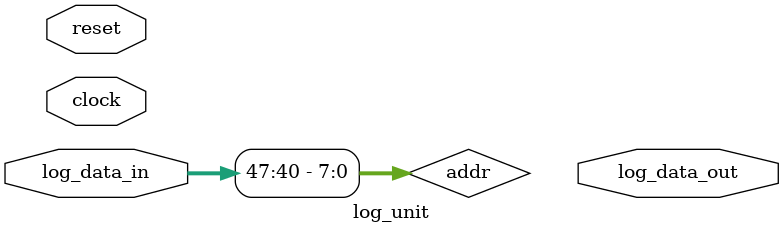
<source format=v>
`timescale 1ns / 1ps


module log_unit(
    // System signals
    input clock,
    input reset,
    // Data Interface
    input [47:0] log_data_in,
    output [31:0] log_data_out
    );
       
    // Local Variables
    wire [7:0] addr;
    wire [12:0] c2;
    wire [21:0] c1;
    wire [29:0] c0;
    wire [53:0] prod;
    reg [53:0] prod_r;
    wire [31:0] log_out;
    
    assign addr = log_data_in[47:40];
    
    // coefficient table
    log_coeff_table u_log_coeff_table(
         .clock(clock),
         .log_addr(addr),
         .log_c2(c2),
         .log_c1(c1),
         .log_c0(c0)
         );
    
    // Polynomial int. of degree 2
    mul_sum_13_22 u_mul_sum_13_22 (
        .clock(clock),
        .a(log_data_in[39:0]),
        .b(c2),
        .c(c1),
        .data_out(prod)
        );
        
     smul_52_30 u_smul_52_30 (
        .clock(clock),
        .a(log_data_in[39:0]),
        .b(prod),
        .c(c0),
        .data_out(log_out)
        );        
        
     
     always @(posedge clock)
        begin
            prod_r <= prod;
        end
     
    
    
    
endmodule

</source>
